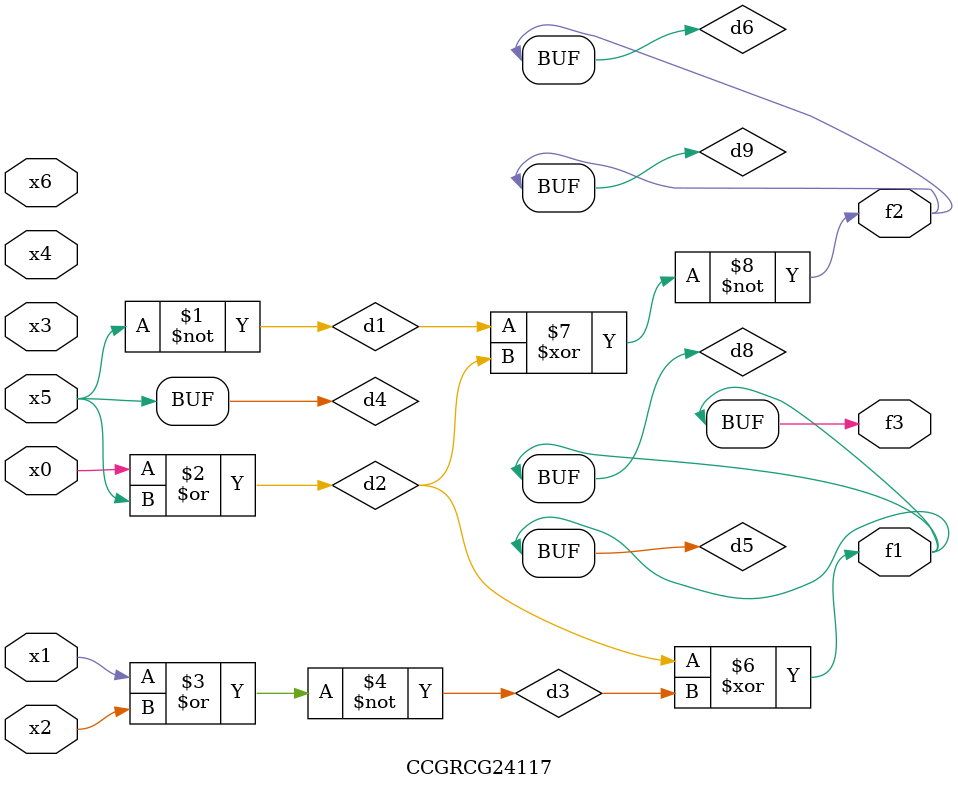
<source format=v>
module CCGRCG24117(
	input x0, x1, x2, x3, x4, x5, x6,
	output f1, f2, f3
);

	wire d1, d2, d3, d4, d5, d6, d7, d8, d9;

	nand (d1, x5);
	or (d2, x0, x5);
	nor (d3, x1, x2);
	xnor (d4, d1);
	xor (d5, d2, d3);
	xnor (d6, d1, d2);
	not (d7, x4);
	buf (d8, d5);
	xor (d9, d6);
	assign f1 = d8;
	assign f2 = d9;
	assign f3 = d8;
endmodule

</source>
